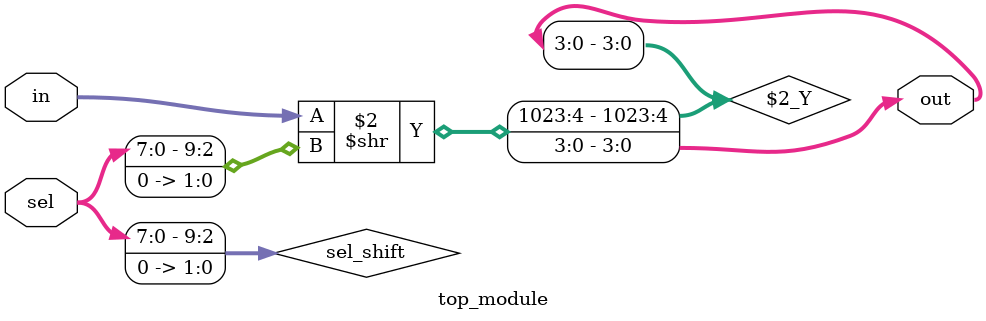
<source format=v>
module top_module( 
    input [1023:0] in,
    input [7:0] sel,
    output [3:0] out
);

wire [9:0] sel_shift = sel << 2;

assign out = in >> sel_shift;

endmodule
</source>
